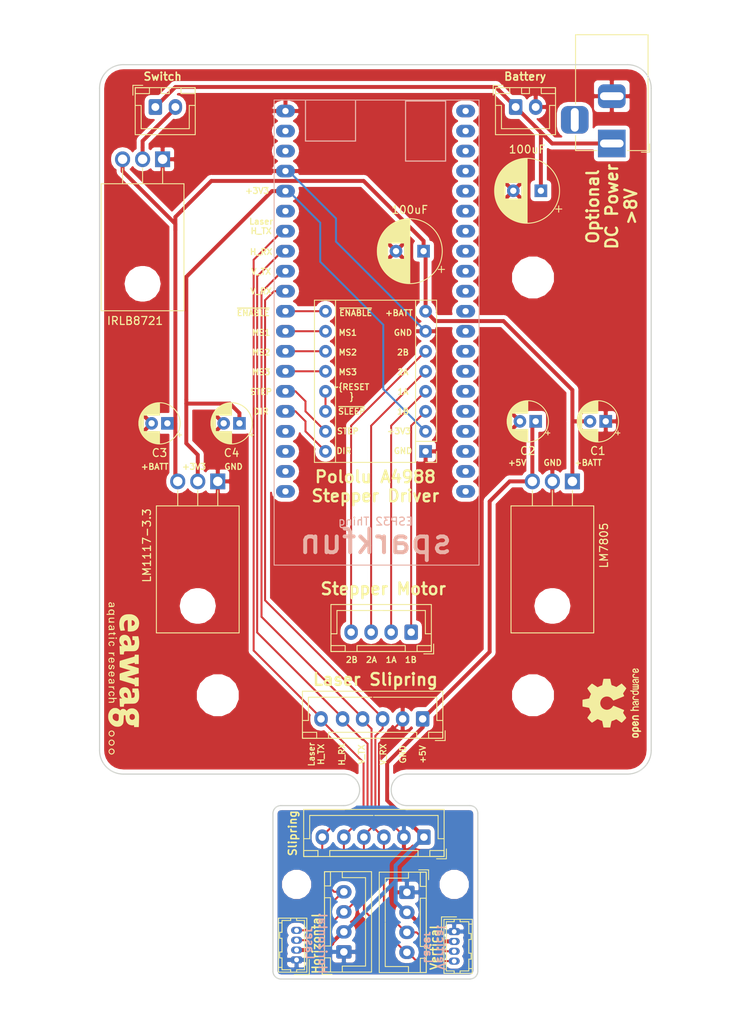
<source format=kicad_pcb>
(kicad_pcb (version 20171130) (host pcbnew "(5.0.1-3-g963ef8bb5)")
  (layers (0 F.Cu signal) (31 B.Cu signal) (34 B.Paste user) (35 F.Paste user) (36 B.SilkS user) (37 F.SilkS user) (38 B.Mask user) (39 F.Mask user) (44 Edge.Cuts user))
  (net 0 "")
  (net 1 GND)
  (net 2 /~ENABLE)
  (net 3 /MS1)
  (net 4 "Net-(A1-Pad3)")
  (net 5 /MS2)
  (net 6 "Net-(A1-Pad4)")
  (net 7 /MS3)
  (net 8 "Net-(A1-Pad5)")
  (net 9 "Net-(A1-Pad13)")
  (net 10 "Net-(A1-Pad6)")
  (net 11 /STEP)
  (net 12 +BATT)
  (net 13 /DIR)
  (net 14 +5V)
  (net 15 +3V3)
  (net 16 "Net-(U3-Pad21)")
  (net 17 "Net-(U3-Pad2)")
  (net 18 "Net-(U3-Pad22)")
  (net 19 "Net-(U3-Pad3)")
  (net 20 "Net-(U3-Pad23)")
  (net 21 "Net-(U3-Pad24)")
  (net 22 "Net-(U3-Pad25)")
  (net 23 "Net-(U3-Pad6)")
  (net 24 "Net-(U3-Pad26)")
  (net 25 "Net-(U3-Pad27)")
  (net 26 "Net-(U3-Pad28)")
  (net 27 "Net-(U3-Pad29)")
  (net 28 "Net-(U3-Pad30)")
  (net 29 "Net-(U3-Pad31)")
  (net 30 "Net-(U3-Pad32)")
  (net 31 "Net-(U3-Pad33)")
  (net 32 "Net-(U3-Pad34)")
  (net 33 "Net-(U3-Pad35)")
  (net 34 "Net-(U3-Pad36)")
  (net 35 "Net-(U3-Pad17)")
  (net 36 "Net-(U3-Pad37)")
  (net 37 "Net-(U3-Pad18)")
  (net 38 "Net-(U3-Pad38)")
  (net 39 "Net-(U3-Pad19)")
  (net 40 "Net-(U3-Pad39)")
  (net 41 "Net-(U3-Pad20)")
  (net 42 "Net-(U3-Pad40)")
  (net 43 "Net-(BT1-Pad1)")
  (net 44 /LaserH_TX)
  (net 45 /LaserH_RX)
  (net 46 /LaserV_TX)
  (net 47 /LaserV_RX)
  (net 48 "Net-(J4-Pad3)")
  (net 49 "Net-(Q1-Pad2)")
  (module volaser:JST_XH_B06B-XH-A_1x06_P2.54mm_Vertical (layer F.Cu) (at 111.16 138 180)
    (fp_text reference S1 hide)
    (fp_text value slipring)
    (pad 1 thru_hole roundrect (at 0 0 180) (size 1.7 1.95) (drill 0.95) (layers *.Cu *.Mask) (roundrect_rratio 0.147059) (net 14 +5V))
    (pad 2 thru_hole oval (at 2.54 0 180) (size 1.7 1.95) (drill 0.95) (layers *.Cu *.Mask) (net 1 GND))
    (pad 3 thru_hole oval (at 5.08 0 180) (size 1.7 1.95) (drill 0.95) (layers *.Cu *.Mask) (net 47 /LaserV_RX))
    (pad 4 thru_hole oval (at 7.62 0 180) (size 1.7 1.95) (drill 0.95) (layers *.Cu *.Mask) (net 46 /LaserV_TX))
    (pad 5 thru_hole oval (at 10.16 0 180) (size 1.7 1.95) (drill 0.95) (layers *.Cu *.Mask) (net 45 /LaserH_RX))
    (pad 6 thru_hole oval (at 12.9 0 180) (size 1.7 1.95) (drill 0.95) (layers *.Cu *.Mask) (net 44 /LaserH_TX))
  )
  (module Connector_BarrelJack:BarrelJack_Horizontal (layer F.Cu) (at 135 50 270)
    (fp_text reference J4 hide)
    (fp_text value Barrel_Jack_Switch)
    (pad 1 thru_hole rect (at 0 0 270) (size 3.5 3.5) (drill oval 1 3) (layers *.Cu *.Mask) (net 43 "Net-(BT1-Pad1)"))
    (pad 2 thru_hole roundrect (at -6 0 270) (size 3 3.5) (drill oval 1 3) (layers *.Cu *.Mask) (net 1 GND))
    (pad 3 thru_hole roundrect (at -3 4.7 270) (size 3.5 3.5) (drill oval 3 1) (layers *.Cu *.Mask) (net 48 "Net-(J4-Pad3)"))
  )
  (module Module:Pololu_Breakout-16_15.2x20.3mm (layer F.Cu) (at 111.37 89.06 180)
    (fp_text reference A1 hide)
    (fp_text value Pololu_Breakout_A4988)
    (pad 1 thru_hole rect (at 0 0 180) (size 1.6 1.6) (drill 0.8) (layers *.Cu *.Mask) (net 1 GND))
    (pad 9 thru_hole oval (at 12.7 17.78 180) (size 1.6 1.6) (drill 0.8) (layers *.Cu *.Mask) (net 2 /~ENABLE))
    (pad 2 thru_hole oval (at 0 2.54 180) (size 1.6 1.6) (drill 0.8) (layers *.Cu *.Mask) (net 15 +3V3))
    (pad 10 thru_hole oval (at 12.7 15.24 180) (size 1.6 1.6) (drill 0.8) (layers *.Cu *.Mask) (net 3 /MS1))
    (pad 3 thru_hole oval (at 0 5.08 180) (size 1.6 1.6) (drill 0.8) (layers *.Cu *.Mask) (net 4 "Net-(A1-Pad3)"))
    (pad 11 thru_hole oval (at 12.7 12.7 180) (size 1.6 1.6) (drill 0.8) (layers *.Cu *.Mask) (net 5 /MS2))
    (pad 4 thru_hole oval (at 0 7.62 180) (size 1.6 1.6) (drill 0.8) (layers *.Cu *.Mask) (net 6 "Net-(A1-Pad4)"))
    (pad 12 thru_hole oval (at 12.7 10.16 180) (size 1.6 1.6) (drill 0.8) (layers *.Cu *.Mask) (net 7 /MS3))
    (pad 5 thru_hole oval (at 0 10.16 180) (size 1.6 1.6) (drill 0.8) (layers *.Cu *.Mask) (net 8 "Net-(A1-Pad5)"))
    (pad 13 thru_hole oval (at 12.7 7.62 180) (size 1.6 1.6) (drill 0.8) (layers *.Cu *.Mask) (net 9 "Net-(A1-Pad13)"))
    (pad 6 thru_hole oval (at 0 12.7 180) (size 1.6 1.6) (drill 0.8) (layers *.Cu *.Mask) (net 10 "Net-(A1-Pad6)"))
    (pad 14 thru_hole oval (at 12.7 5.08 180) (size 1.6 1.6) (drill 0.8) (layers *.Cu *.Mask) (net 9 "Net-(A1-Pad13)"))
    (pad 7 thru_hole oval (at 0 15.24 180) (size 1.6 1.6) (drill 0.8) (layers *.Cu *.Mask) (net 1 GND))
    (pad 15 thru_hole oval (at 12.7 2.54 180) (size 1.6 1.6) (drill 0.8) (layers *.Cu *.Mask) (net 11 /STEP))
    (pad 8 thru_hole oval (at 0 17.78 180) (size 1.6 1.6) (drill 0.8) (layers *.Cu *.Mask) (net 12 +BATT))
    (pad 16 thru_hole oval (at 12.7 0 180) (size 1.6 1.6) (drill 0.8) (layers *.Cu *.Mask) (net 13 /DIR))
  )
  (module MountingHole:MountingHole_4.3mm_M4 (layer F.Cu) (at 125 67)
    (fp_text reference H1 hide)
    (fp_text value MountingHole)
    (pad 1 np_thru_hole circle (at 0 0) (size 4.3 4.3) (drill 4.3) (layers *.Cu *.Mask))
  )
  (module MountingHole:MountingHole_4.3mm_M4 (layer F.Cu) (at 85 67)
    (fp_text reference H2 hide)
    (fp_text value MountingHole)
    (pad 1 np_thru_hole circle (at 0 0) (size 4.3 4.3) (drill 4.3) (layers *.Cu *.Mask))
  )
  (module MountingHole:MountingHole_4.3mm_M4 (layer F.Cu) (at 85 120)
    (fp_text reference H3 hide)
    (fp_text value MountingHole)
    (pad "" np_thru_hole circle (at 0 0) (size 4.3 4.3) (drill 4.3) (layers *.Cu *.Mask))
  )
  (module MountingHole:MountingHole_4.3mm_M4 (layer F.Cu) (at 125 120)
    (fp_text reference H4 hide)
    (fp_text value MountingHole)
    (pad 1 np_thru_hole circle (at 0 0) (size 4.3 4.3) (drill 4.3) (layers *.Cu *.Mask))
  )
  (module Package_TO_SOT_THT:TO-220F-3_Horizontal_TabDown (layer F.Cu) (at 130 92.87 180)
    (fp_text reference U1 hide)
    (fp_text value LM7805 (at -4 -8.13 270) (layer F.SilkS))
    (pad 3 thru_hole oval (at 5.08 0 180) (size 1.905 2) (drill 1.2) (layers *.Cu *.Mask) (net 14 +5V))
    (pad 2 thru_hole oval (at 2.54 0 180) (size 1.905 2) (drill 1.2) (layers *.Cu *.Mask) (net 1 GND))
    (pad 1 thru_hole rect (at 0 0 180) (size 1.905 2) (drill 1.2) (layers *.Cu *.Mask) (net 12 +BATT))
    (pad "" np_thru_hole oval (at 2.54 -15.8 180) (size 3.5 3.5) (drill 3.5) (layers *.Cu *.Mask))
  )
  (module Package_TO_SOT_THT:TO-220F-3_Horizontal_TabDown (layer F.Cu) (at 85 92.87 180)
    (fp_text reference U2 hide)
    (fp_text value LM1117-3.3 (at 9 -8.13 270) (layer F.SilkS))
    (pad "" np_thru_hole oval (at 2.54 -15.8 180) (size 3.5 3.5) (drill 3.5) (layers *.Cu *.Mask))
    (pad 1 thru_hole rect (at 0 0 180) (size 1.905 2) (drill 1.2) (layers *.Cu *.Mask) (net 1 GND))
    (pad 2 thru_hole oval (at 2.54 0 180) (size 1.905 2) (drill 1.2) (layers *.Cu *.Mask) (net 15 +3V3))
    (pad 3 thru_hole oval (at 5.08 0 180) (size 1.905 2) (drill 1.2) (layers *.Cu *.Mask) (net 12 +BATT))
  )
  (module volaser:Sparkfun_ESP32 (layer B.Cu) (at 93.59 94.14)
    (fp_text reference U3 hide)
    (fp_text value Sparkfun_ESP32)
    (fp_text user sparkfun (at 11.43 6.35) (layer B.SilkS) (effects (font (size 3 3) (thickness 0.5)) (justify mirror)))
    (fp_text user "ESP32 Thing" (at 11.43 3.81) (layer B.SilkS) (effects (justify mirror)))
    (pad 1 thru_hole oval (at 0 -48.26) (size 2.4 1.6) (drill 0.8) (layers *.Cu *.Mask) (net 1 GND))
    (pad 2 thru_hole oval (at 0 -45.72) (size 2.4 1.6) (drill 0.8) (layers *.Cu *.Mask) (net 17 "Net-(U3-Pad2)"))
    (pad 3 thru_hole oval (at 0 -43.18) (size 2.4 1.6) (drill 0.8) (layers *.Cu *.Mask) (net 19 "Net-(U3-Pad3)"))
    (pad 4 thru_hole oval (at 0 -40.64) (size 2.4 1.6) (drill 0.8) (layers *.Cu *.Mask) (net 1 GND))
    (pad 5 thru_hole oval (at 0 -38.1) (size 2.4 1.6) (drill 0.8) (layers *.Cu *.Mask) (net 15 +3V3))
    (pad 6 thru_hole oval (at 0 -35.56) (size 2.4 1.6) (drill 0.8) (layers *.Cu *.Mask) (net 23 "Net-(U3-Pad6)"))
    (pad 7 thru_hole oval (at 0 -33.02) (size 2.4 1.6) (drill 0.8) (layers *.Cu *.Mask) (net 44 /LaserH_TX))
    (pad 8 thru_hole oval (at 0 -30.48) (size 2.4 1.6) (drill 0.8) (layers *.Cu *.Mask) (net 45 /LaserH_RX))
    (pad 9 thru_hole oval (at 0 -27.94) (size 2.4 1.6) (drill 0.8) (layers *.Cu *.Mask) (net 46 /LaserV_TX))
    (pad 10 thru_hole oval (at 0 -25.4) (size 2.4 1.6) (drill 0.8) (layers *.Cu *.Mask) (net 47 /LaserV_RX))
    (pad 11 thru_hole oval (at 0 -22.86) (size 2.4 1.6) (drill 0.8) (layers *.Cu *.Mask) (net 2 /~ENABLE))
    (pad 12 thru_hole oval (at 0 -20.32) (size 2.4 1.6) (drill 0.8) (layers *.Cu *.Mask) (net 3 /MS1))
    (pad 13 thru_hole oval (at 0 -17.78) (size 2.4 1.6) (drill 0.8) (layers *.Cu *.Mask) (net 5 /MS2))
    (pad 14 thru_hole oval (at 0 -15.24) (size 2.4 1.6) (drill 0.8) (layers *.Cu *.Mask) (net 7 /MS3))
    (pad 15 thru_hole oval (at 0 -12.7) (size 2.4 1.6) (drill 0.8) (layers *.Cu *.Mask) (net 11 /STEP))
    (pad 16 thru_hole oval (at 0 -10.16) (size 2.4 1.6) (drill 0.8) (layers *.Cu *.Mask) (net 13 /DIR))
    (pad 17 thru_hole oval (at 0 -7.62) (size 2.4 1.6) (drill 0.8) (layers *.Cu *.Mask) (net 35 "Net-(U3-Pad17)"))
    (pad 18 thru_hole oval (at 0 -5.08) (size 2.4 1.6) (drill 0.8) (layers *.Cu *.Mask) (net 37 "Net-(U3-Pad18)"))
    (pad 19 thru_hole oval (at 0 -2.54) (size 2.4 1.6) (drill 0.8) (layers *.Cu *.Mask) (net 39 "Net-(U3-Pad19)"))
    (pad 20 thru_hole oval (at 0 0) (size 2.4 1.6) (drill 0.8) (layers *.Cu *.Mask) (net 41 "Net-(U3-Pad20)"))
    (pad 21 thru_hole oval (at 22.86 0) (size 2.4 1.6) (drill 0.8) (layers *.Cu *.Mask) (net 16 "Net-(U3-Pad21)"))
    (pad 22 thru_hole oval (at 22.86 -2.54) (size 2.4 1.6) (drill 0.8) (layers *.Cu *.Mask) (net 18 "Net-(U3-Pad22)"))
    (pad 23 thru_hole oval (at 22.86 -5.08) (size 2.4 1.6) (drill 0.8) (layers *.Cu *.Mask) (net 20 "Net-(U3-Pad23)"))
    (pad 24 thru_hole oval (at 22.86 -7.62) (size 2.4 1.6) (drill 0.8) (layers *.Cu *.Mask) (net 21 "Net-(U3-Pad24)"))
    (pad 25 thru_hole oval (at 22.86 -10.16) (size 2.4 1.6) (drill 0.8) (layers *.Cu *.Mask) (net 22 "Net-(U3-Pad25)"))
    (pad 26 thru_hole oval (at 22.86 -12.7) (size 2.4 1.6) (drill 0.8) (layers *.Cu *.Mask) (net 24 "Net-(U3-Pad26)"))
    (pad 27 thru_hole oval (at 22.86 -15.24) (size 2.4 1.6) (drill 0.8) (layers *.Cu *.Mask) (net 25 "Net-(U3-Pad27)"))
    (pad 28 thru_hole oval (at 22.86 -17.78) (size 2.4 1.6) (drill 0.8) (layers *.Cu *.Mask) (net 26 "Net-(U3-Pad28)"))
    (pad 29 thru_hole oval (at 22.86 -20.32) (size 2.4 1.6) (drill 0.8) (layers *.Cu *.Mask) (net 27 "Net-(U3-Pad29)"))
    (pad 30 thru_hole oval (at 22.86 -22.86) (size 2.4 1.6) (drill 0.8) (layers *.Cu *.Mask) (net 28 "Net-(U3-Pad30)"))
    (pad 31 thru_hole oval (at 22.86 -25.4) (size 2.4 1.6) (drill 0.8) (layers *.Cu *.Mask) (net 29 "Net-(U3-Pad31)"))
    (pad 32 thru_hole oval (at 22.86 -27.94) (size 2.4 1.6) (drill 0.8) (layers *.Cu *.Mask) (net 30 "Net-(U3-Pad32)"))
    (pad 33 thru_hole oval (at 22.86 -30.48) (size 2.4 1.6) (drill 0.8) (layers *.Cu *.Mask) (net 31 "Net-(U3-Pad33)"))
    (pad 34 thru_hole oval (at 22.86 -33.02) (size 2.4 1.6) (drill 0.8) (layers *.Cu *.Mask) (net 32 "Net-(U3-Pad34)"))
    (pad 35 thru_hole oval (at 22.86 -35.56) (size 2.4 1.6) (drill 0.8) (layers *.Cu *.Mask) (net 33 "Net-(U3-Pad35)"))
    (pad 36 thru_hole oval (at 22.86 -38.1) (size 2.4 1.6) (drill 0.8) (layers *.Cu *.Mask) (net 34 "Net-(U3-Pad36)"))
    (pad 37 thru_hole oval (at 22.86 -40.64) (size 2.4 1.6) (drill 0.8) (layers *.Cu *.Mask) (net 36 "Net-(U3-Pad37)"))
    (pad 38 thru_hole oval (at 22.86 -43.18) (size 2.4 1.6) (drill 0.8) (layers *.Cu *.Mask) (net 38 "Net-(U3-Pad38)"))
    (pad 39 thru_hole oval (at 22.86 -45.72) (size 2.4 1.6) (drill 0.8) (layers *.Cu *.Mask) (net 40 "Net-(U3-Pad39)"))
    (pad 40 thru_hole oval (at 22.86 -48.26) (size 2.4 1.6) (drill 0.8) (layers *.Cu *.Mask) (net 42 "Net-(U3-Pad40)"))
  )
  (module volaser:JST_XH_B02B-XH-A_1x02_P2.54mm_Vertical (layer F.Cu) (at 122.8 45.372)
    (fp_text reference BT1 hide)
    (fp_text value Battery (at 1.2 -3.872) (layer F.SilkS) (effects (font (thickness 0.2))))
    (pad 1 thru_hole roundrect (at 0 0) (size 1.7 2) (drill 1) (layers *.Cu *.Mask) (roundrect_rratio 0.147059) (net 43 "Net-(BT1-Pad1)"))
    (pad 2 thru_hole oval (at 2.54 0) (size 1.7 2) (drill 1) (layers *.Cu *.Mask) (net 1 GND))
  )
  (module Capacitor_THT:CP_Radial_D8.0mm_P3.50mm (layer F.Cu) (at 111.116 63.66 180)
    (fp_text reference C5 hide)
    (fp_text value 100uF (at 1.75 5.25 180) (layer F.SilkS))
    (pad 1 thru_hole rect (at 0 0 180) (size 1.6 1.6) (drill 0.8) (layers *.Cu *.Mask) (net 12 +BATT))
    (pad 2 thru_hole circle (at 3.5 0 180) (size 1.6 1.6) (drill 0.8) (layers *.Cu *.Mask) (net 1 GND))
  )
  (module volaser:JST_XH_B04B-XH-A_1x04_P2.54mm_Vertical (layer F.Cu) (at 109 145 270)
    (fp_text reference J1 hide)
    (fp_text value Conn_01x04)
    (pad 1 thru_hole roundrect (at 0 0 270) (size 1.7 1.95) (drill 0.95) (layers *.Cu *.Mask) (roundrect_rratio 0.147059) (net 1 GND))
    (pad 2 thru_hole oval (at 2.54 0 270) (size 1.7 1.95) (drill 0.95) (layers *.Cu *.Mask) (net 14 +5V))
    (pad 3 thru_hole oval (at 5.08 0 270) (size 1.7 1.95) (drill 0.95) (layers *.Cu *.Mask) (net 47 /LaserV_RX))
    (pad 4 thru_hole oval (at 7.62 0 90) (size 1.7 1.95) (drill 0.95) (layers *.Cu *.Mask) (net 46 /LaserV_TX))
  )
  (module volaser:JST_XH_B04B-XH-A_1x04_P2.54mm_Vertical (layer F.Cu) (at 101 152.56 90)
    (fp_text reference J2 hide)
    (fp_text value Conn_01x04)
    (pad 4 thru_hole oval (at 7.62 0 270) (size 1.7 1.95) (drill 0.95) (layers *.Cu *.Mask) (net 44 /LaserH_TX))
    (pad 3 thru_hole oval (at 5.08 0 90) (size 1.7 1.95) (drill 0.95) (layers *.Cu *.Mask) (net 45 /LaserH_RX))
    (pad 2 thru_hole oval (at 2.54 0 90) (size 1.7 1.95) (drill 0.95) (layers *.Cu *.Mask) (net 14 +5V))
    (pad 1 thru_hole roundrect (at 0 0 90) (size 1.7 1.95) (drill 0.95) (layers *.Cu *.Mask) (roundrect_rratio 0.147059) (net 1 GND))
  )
  (module Connector_Hirose:Hirose_DF13-04P-1.25DSA_1x04_P1.25mm_Vertical (layer F.Cu) (at 115 149.98 270)
    (fp_text reference L1 hide)
    (fp_text value tf-mini)
    (pad 4 thru_hole oval (at 3.75 0 270) (size 0.9 1.4) (drill 0.6) (layers *.Cu *.Mask) (net 46 /LaserV_TX))
    (pad 3 thru_hole oval (at 2.5 0 270) (size 0.9 1.4) (drill 0.6) (layers *.Cu *.Mask) (net 47 /LaserV_RX))
    (pad 2 thru_hole oval (at 1.25 0 270) (size 0.9 1.4) (drill 0.6) (layers *.Cu *.Mask) (net 14 +5V))
    (pad 1 thru_hole roundrect (at 0 0 270) (size 0.9 1.4) (drill 0.6) (layers *.Cu *.Mask) (net 1 GND))
  )
  (module Connector_Hirose:Hirose_DF13-04P-1.25DSA_1x04_P1.25mm_Vertical (layer F.Cu) (at 95 153.576 90)
    (fp_text reference L2 hide)
    (fp_text value tf-mini)
    (pad 1 thru_hole roundrect (at 0 0 90) (size 0.9 1.4) (drill 0.6) (layers *.Cu *.Mask) (net 1 GND))
    (pad 2 thru_hole oval (at 1.25 0 90) (size 0.9 1.4) (drill 0.6) (layers *.Cu *.Mask) (net 14 +5V))
    (pad 3 thru_hole oval (at 2.5 0 90) (size 0.9 1.4) (drill 0.6) (layers *.Cu *.Mask) (net 45 /LaserH_RX))
    (pad 4 thru_hole oval (at 3.75 0 90) (size 0.9 1.4) (drill 0.6) (layers *.Cu *.Mask) (net 44 /LaserH_TX))
  )
  (module volaser:JST_XH_B02B-XH-A_1x02_P2.54mm_Vertical (layer F.Cu) (at 77.08 45.372)
    (fp_text reference SW1 hide)
    (fp_text value SW_SPST)
    (pad 2 thru_hole oval (at 2.54 0) (size 1.7 2) (drill 1) (layers *.Cu *.Mask) (net 49 "Net-(Q1-Pad2)"))
    (pad 1 thru_hole roundrect (at 0 0) (size 1.7 2) (drill 1) (layers *.Cu *.Mask) (roundrect_rratio 0.147059) (net 43 "Net-(BT1-Pad1)"))
  )
  (module volaser:JST_XH_B06B-XH-A_1x06_P2.54mm_Vertical (layer F.Cu) (at 111 123 180)
    (fp_text reference J3 hide)
    (fp_text value Conn_01x06)
    (pad 1 thru_hole roundrect (at 0 0 180) (size 1.7 1.95) (drill 0.95) (layers *.Cu *.Mask) (roundrect_rratio 0.147059) (net 14 +5V))
    (pad 2 thru_hole oval (at 2.54 0 180) (size 1.7 1.95) (drill 0.95) (layers *.Cu *.Mask) (net 1 GND))
    (pad 3 thru_hole oval (at 5.08 0 180) (size 1.7 1.95) (drill 0.95) (layers *.Cu *.Mask) (net 47 /LaserV_RX))
    (pad 4 thru_hole oval (at 7.62 0 180) (size 1.7 1.95) (drill 0.95) (layers *.Cu *.Mask) (net 46 /LaserV_TX))
    (pad 5 thru_hole oval (at 10.16 0 180) (size 1.7 1.95) (drill 0.95) (layers *.Cu *.Mask) (net 45 /LaserH_RX))
    (pad 6 thru_hole oval (at 12.9 0 180) (size 1.7 1.95) (drill 0.95) (layers *.Cu *.Mask) (net 44 /LaserH_TX))
  )
  (module volaser:JST_XH_B04B-XH-A_1x04_P2.54mm_Vertical (layer F.Cu) (at 109.54 112 180)
    (fp_text reference M1 hide)
    (fp_text value Stepper_Motor_bipolar)
    (pad 1 thru_hole roundrect (at 0 0 180) (size 1.7 1.95) (drill 0.95) (layers *.Cu *.Mask) (roundrect_rratio 0.147059) (net 4 "Net-(A1-Pad3)"))
    (pad 2 thru_hole oval (at 2.54 0 180) (size 1.7 1.95) (drill 0.95) (layers *.Cu *.Mask) (net 6 "Net-(A1-Pad4)"))
    (pad 3 thru_hole oval (at 5.08 0 180) (size 1.7 1.95) (drill 0.95) (layers *.Cu *.Mask) (net 8 "Net-(A1-Pad5)"))
    (pad 4 thru_hole oval (at 7.62 0) (size 1.7 1.95) (drill 0.95) (layers *.Cu *.Mask) (net 10 "Net-(A1-Pad6)"))
  )
  (module Capacitor_THT:CP_Radial_D8.0mm_P3.50mm (layer F.Cu) (at 126 56 180)
    (fp_text reference C6 hide)
    (fp_text value 100uF (at 1.75 5.25 180) (layer F.SilkS))
    (pad 1 thru_hole rect (at 0 0 180) (size 1.6 1.6) (drill 0.8) (layers *.Cu *.Mask) (net 43 "Net-(BT1-Pad1)"))
    (pad 2 thru_hole circle (at 3.5 0 180) (size 1.6 1.6) (drill 0.8) (layers *.Cu *.Mask) (net 1 GND))
  )
  (module MountingHole:MountingHole_2.7mm_M2.5 (layer F.Cu) (at 95 144)
    (fp_text reference H5 hide)
    (fp_text value MountingHole)
    (pad 1 np_thru_hole circle (at 0 0) (size 2.7 2.7) (drill 2.7) (layers *.Cu *.Mask))
  )
  (module MountingHole:MountingHole_2.7mm_M2.5 (layer F.Cu) (at 115 144)
    (fp_text reference H6 hide)
    (fp_text value MountingHole)
    (pad 1 np_thru_hole circle (at 0 0) (size 2.7 2.7) (drill 2.7) (layers *.Cu *.Mask))
  )
  (module Symbol:OSHW-Logo2_9.8x8mm_SilkScreen (layer F.Cu) (at 135 121 90)
    (fp_text reference REF** hide)
    (fp_text value OSHW-Logo2_9.8x8mm_SilkScreen hide)
  )
  (module volaser:eawag (layer F.Cu) (at 73 118 270)
    (fp_text reference G*** hide)
    (fp_text value LOGO hide)
  )
  (module Capacitor_THT:CP_Radial_D5.0mm_P2.00mm (layer F.Cu) (at 134.23 85.25 180)
    (fp_text reference C1 (at 1 -3.75 180) (layer F.SilkS))
    (fp_text value 0.33uF)
    (pad 1 thru_hole rect (at 0 0 180) (size 1.6 1.6) (drill 0.8) (layers *.Cu *.Mask) (net 1 GND))
    (pad 2 thru_hole circle (at 2 0 180) (size 1.6 1.6) (drill 0.8) (layers *.Cu *.Mask) (net 12 +BATT))
  )
  (module Capacitor_THT:CP_Radial_D5.0mm_P2.00mm (layer F.Cu) (at 125.34 85.25 180)
    (fp_text reference C2 (at 1 -3.75 180) (layer F.SilkS))
    (fp_text value 0.1uF)
    (pad 2 thru_hole circle (at 2 0 180) (size 1.6 1.6) (drill 0.8) (layers *.Cu *.Mask) (net 1 GND))
    (pad 1 thru_hole rect (at 0 0 180) (size 1.6 1.6) (drill 0.8) (layers *.Cu *.Mask) (net 14 +5V))
  )
  (module Capacitor_THT:CP_Radial_D5.0mm_P2.00mm (layer F.Cu) (at 78.604 85.504 180)
    (fp_text reference C3 (at 1 -3.75 180) (layer F.SilkS))
    (fp_text value 10uF)
    (pad 1 thru_hole rect (at 0 0 180) (size 1.6 1.6) (drill 0.8) (layers *.Cu *.Mask) (net 12 +BATT))
    (pad 2 thru_hole circle (at 2 0 180) (size 1.6 1.6) (drill 0.8) (layers *.Cu *.Mask) (net 1 GND))
  )
  (module Capacitor_THT:CP_Radial_D5.0mm_P2.00mm (layer F.Cu) (at 87.748 85.504 180)
    (fp_text reference C4 (at 1 -3.75 180) (layer F.SilkS))
    (fp_text value 10uF)
    (pad 2 thru_hole circle (at 2 0 180) (size 1.6 1.6) (drill 0.8) (layers *.Cu *.Mask) (net 1 GND))
    (pad 1 thru_hole rect (at 0 0 180) (size 1.6 1.6) (drill 0.8) (layers *.Cu *.Mask) (net 15 +3V3))
  )
  (module Package_TO_SOT_THT:TO-220F-3_Horizontal_TabDown (layer F.Cu) (at 78 52 180)
    (fp_text reference Q1 hide)
    (fp_text value IRLB8721 (at 3.5 -20.5 180) (layer F.SilkS))
    (pad "" np_thru_hole oval (at 2.54 -15.8 180) (size 3.5 3.5) (drill 3.5) (layers *.Cu *.Mask))
    (pad 1 thru_hole rect (at 0 0 180) (size 1.905 2) (drill 1.2) (layers *.Cu *.Mask) (net 1 GND))
    (pad 2 thru_hole oval (at 2.54 0 180) (size 1.905 2) (drill 1.2) (layers *.Cu *.Mask) (net 49 "Net-(Q1-Pad2)"))
    (pad 3 thru_hole oval (at 5.08 0 180) (size 1.905 2) (drill 1.2) (layers *.Cu *.Mask) (net 12 +BATT))
  )
  (gr_text "Laser\nH_TX" (at 97.5 127.5 90) (layer F.SilkS) (effects (font (size 0.75 0.75))))
  (gr_text H_RX (at 100.75 127.5 90) (layer F.SilkS) (effects (font (size 0.75 0.75))))
  (gr_text V_TX (at 103.25 127.5 90) (layer F.SilkS) (effects (font (size 0.75 0.75))))
  (gr_text V_RX (at 106 127.5 90) (layer F.SilkS) (effects (font (size 0.75 0.75))))
  (gr_text V_RX (at 90.5 68.75) (layer F.SilkS) (effects (font (size 0.75 0.75))))
  (gr_text V_TX (at 90.5 66.25) (layer F.SilkS) (effects (font (size 0.75 0.75))))
  (gr_text H_RX (at 90.5 63.75) (layer F.SilkS) (effects (font (size 0.75 0.75))))
  (gr_text "Laser\nH_TX" (at 90.5 60.5) (layer F.SilkS) (effects (font (size 0.75 0.75))))
  (gr_text ~ENABLE (at 89.5 71.5) (layer F.SilkS) (effects (font (size 0.75 0.75))))
  (gr_text +BATT (at 77 91) (layer F.SilkS) (effects (font (size 0.75 0.75))))
  (gr_text +3V3 (at 82 91) (layer F.SilkS) (effects (font (size 0.75 0.75))))
  (gr_text GND (at 87 91) (layer F.SilkS) (effects (font (size 0.75 0.75))))
  (gr_text GND (at 127.5 90.5) (layer F.SilkS) (effects (font (size 0.75 0.75))))
  (gr_text +BATT (at 132 90.5) (layer F.SilkS) (effects (font (size 0.75 0.75))))
  (gr_text 2B (at 102 115.5) (layer F.SilkS) (effects (font (size 0.75 0.75))))
  (gr_text 2A (at 104.5 115.5) (layer F.SilkS) (effects (font (size 0.75 0.75))))
  (gr_text 1A (at 107 115.5) (layer F.SilkS) (effects (font (size 0.75 0.75))))
  (gr_text 1B (at 109.5 115.5) (layer F.SilkS) (effects (font (size 0.75 0.75))))
  (gr_text GND (at 108.5 127.5 90) (layer F.SilkS) (effects (font (size 0.75 0.75))))
  (gr_text +5V (at 111 127.5 90) (layer F.SilkS) (effects (font (size 0.75 0.75))))
  (gr_text +5V (at 123 90.5) (layer F.SilkS) (effects (font (size 0.75 0.75))))
  (gr_text +3V3 (at 90 56) (layer F.SilkS) (effects (font (size 0.75 0.75))))
  (gr_text "DIR\n" (at 90.5 84) (layer F.SilkS) (effects (font (size 0.75 0.75))))
  (gr_text STEP (at 90.5 81.5) (layer F.SilkS) (effects (font (size 0.75 0.75))))
  (gr_text MS2 (at 90.5 76.5) (layer F.SilkS) (effects (font (size 0.75 0.75))))
  (gr_text MS1 (at 90.5 74) (layer F.SilkS) (effects (font (size 0.75 0.75))))
  (gr_text MS3 (at 90.5 79) (layer F.SilkS) (effects (font (size 0.75 0.75))))
  (gr_text GND (at 108.5 89) (layer F.SilkS) (effects (font (size 0.75 0.75))))
  (gr_text +3V3 (at 108 86.5) (layer F.SilkS) (effects (font (size 0.75 0.75))))
  (gr_text 1B (at 108.5 84) (layer F.SilkS) (effects (font (size 0.75 0.75))))
  (gr_text 1A (at 108.5 81.5) (layer F.SilkS) (effects (font (size 0.75 0.75))))
  (gr_text 2A (at 108.5 79) (layer F.SilkS) (effects (font (size 0.75 0.75))))
  (gr_text 2B (at 108.5 76.5) (layer F.SilkS) (effects (font (size 0.75 0.75))))
  (gr_text GND (at 108.5 74) (layer F.SilkS) (effects (font (size 0.75 0.75))))
  (gr_text +BATT (at 108 71.5) (layer F.SilkS) (effects (font (size 0.75 0.75))))
  (gr_text "DIR\n" (at 101 89) (layer F.SilkS) (effects (font (size 0.75 0.75))))
  (gr_text STEP (at 101.5 86.5) (layer F.SilkS) (effects (font (size 0.75 0.75))))
  (gr_text ~SLEEP (at 102 84) (layer F.SilkS) (effects (font (size 0.75 0.75))))
  (gr_text "~RESET\n" (at 102 81.5) (layer F.SilkS) (effects (font (size 0.75 0.75))))
  (gr_text MS3 (at 101.5 79) (layer F.SilkS) (effects (font (size 0.75 0.75))))
  (gr_text MS2 (at 101.5 76.5) (layer F.SilkS) (effects (font (size 0.75 0.75))))
  (gr_text MS1 (at 101.5 74) (layer F.SilkS) (effects (font (size 0.75 0.75))))
  (gr_text ~ENABLE (at 102.5 71.5) (layer F.SilkS) (effects (font (size 0.75 0.75))))
  (gr_text Horizontal (at 97.5 151.5 90) (layer F.SilkS) (effects (font (size 1 1) (thickness 0.2))))
  (gr_text Vertical (at 112.5 152 90) (layer F.SilkS) (effects (font (size 1 1) (thickness 0.2))))
  (gr_text "Vertical\nLaser" (at 112.5 152 270) (layer B.SilkS) (effects (font (size 1 1) (thickness 0.2)) (justify mirror)))
  (gr_text "Horizontal\nLaser" (at 97.5 151.5 270) (layer B.SilkS) (effects (font (size 1 1) (thickness 0.2)) (justify mirror)))
  (gr_text Slipring (at 94.5 137.5 90) (layer F.SilkS) (effects (font (size 1 1) (thickness 0.2))))
  (gr_text "Optional\nDC Power\n>8V" (at 135 58 90) (layer F.SilkS) (effects (font (size 1.5 1.5) (thickness 0.3))))
  (gr_text "Pololu A4988\nStepper Driver" (at 105 93.5) (layer F.SilkS) (effects (font (size 1.5 1.5) (thickness 0.3))))
  (gr_text Switch (at 78 41.5) (layer F.SilkS) (effects (font (size 1 1) (thickness 0.2))))
  (gr_text "Laser Slipring" (at 105 118) (layer F.SilkS) (effects (font (size 1.5 1.5) (thickness 0.3))))
  (gr_text "Stepper Motor" (at 106 106.5) (layer F.SilkS) (effects (font (size 1.5 1.5) (thickness 0.3))))
  (gr_line (start 93 156) (end 117 156) (layer Edge.Cuts) (width 0.15))
  (gr_line (start 92 135) (end 92 155) (layer Edge.Cuts) (width 0.15))
  (gr_line (start 101 134) (end 93 134) (layer Edge.Cuts) (width 0.15))
  (gr_arc (start 93 155) (end 92 155) (angle -90) (layer Edge.Cuts) (width 0.15))
  (gr_arc (start 93 135) (end 93 134) (angle -90) (layer Edge.Cuts) (width 0.15))
  (gr_line (start 118 135) (end 118 155) (layer Edge.Cuts) (width 0.15))
  (gr_line (start 117 134) (end 109 134) (layer Edge.Cuts) (width 0.15))
  (gr_arc (start 117 135) (end 118 135) (angle -90) (layer Edge.Cuts) (width 0.15))
  (gr_arc (start 117 155) (end 117 156) (angle -90) (layer Edge.Cuts) (width 0.15))
  (gr_line (start 109 130) (end 137 130) (layer Edge.Cuts) (width 0.15))
  (gr_line (start 73 130) (end 101 130) (layer Edge.Cuts) (width 0.15))
  (gr_arc (start 109 132) (end 109 130) (angle -180) (layer Edge.Cuts) (width 0.15))
  (gr_arc (start 101 132) (end 101 134) (angle -180) (layer Edge.Cuts) (width 0.15))
  (gr_arc (start 73 127) (end 70 127) (angle -90) (layer Edge.Cuts) (width 0.15))
  (gr_arc (start 137 127) (end 137 130) (angle -90) (layer Edge.Cuts) (width 0.15))
  (gr_arc (start 137 43) (end 140 43) (angle -90) (layer Edge.Cuts) (width 0.15))
  (gr_arc (start 73 43) (end 73 40) (angle -90) (layer Edge.Cuts) (width 0.15))
  (gr_line (start 70 127) (end 70 43) (layer Edge.Cuts) (width 0.15))
  (gr_line (start 140 43) (end 140 127) (layer Edge.Cuts) (width 0.15))
  (gr_line (start 73 40) (end 137 40) (layer Edge.Cuts) (width 0.15))
  (segment (start 108.46 123.125) (end 105.45001 126.13499) (width 0.25) (layer F.Cu) (net 1))
  (segment (start 108.46 123) (end 108.46 123.125) (width 0.25) (layer F.Cu) (net 1))
  (segment (start 105.45001 126.13499) (end 105.45001 134.95601) (width 0.25) (layer F.Cu) (net 1))
  (segment (start 105.45001 134.95601) (end 106.544 136.05) (width 0.25) (layer F.Cu) (net 1))
  (segment (start 108.62 137.875) (end 108.62 138) (width 0.25) (layer F.Cu) (net 1))
  (segment (start 106.795 136.05) (end 108.62 137.875) (width 0.25) (layer F.Cu) (net 1))
  (segment (start 106.544 136.05) (end 106.795 136.05) (width 0.25) (layer F.Cu) (net 1))
  (segment (start 93.99 53.5) (end 100 59.51) (width 0.25) (layer B.Cu) (net 1))
  (segment (start 93.59 53.5) (end 93.99 53.5) (width 0.25) (layer B.Cu) (net 1))
  (segment (start 100 62.45) (end 111.37 73.82) (width 0.25) (layer B.Cu) (net 1))
  (segment (start 100 59.51) (end 100 62.45) (width 0.25) (layer B.Cu) (net 1))
  (segment (start 93.59 71.28) (end 98.67 71.28) (width 0.25) (layer F.Cu) (net 2))
  (segment (start 93.59 73.82) (end 98.67 73.82) (width 0.25) (layer F.Cu) (net 3))
  (segment (start 109.54 85.81) (end 111.37 83.98) (width 0.25) (layer F.Cu) (net 4))
  (segment (start 109.54 112) (end 109.54 85.81) (width 0.25) (layer F.Cu) (net 4))
  (segment (start 93.59 76.36) (end 98.67 76.36) (width 0.25) (layer F.Cu) (net 5))
  (segment (start 107 85.81) (end 111.37 81.44) (width 0.25) (layer F.Cu) (net 6))
  (segment (start 107 112) (end 107 85.81) (width 0.25) (layer F.Cu) (net 6))
  (segment (start 93.59 78.9) (end 98.67 78.9) (width 0.25) (layer F.Cu) (net 7))
  (segment (start 104.46 85.81) (end 111.37 78.9) (width 0.25) (layer F.Cu) (net 8))
  (segment (start 104.46 112) (end 104.46 85.81) (width 0.25) (layer F.Cu) (net 8))
  (segment (start 98.67 81.44) (end 98.67 83.98) (width 0.25) (layer F.Cu) (net 9))
  (segment (start 101.92 85.81) (end 111.37 76.36) (width 0.25) (layer F.Cu) (net 10))
  (segment (start 101.92 112) (end 101.92 85.81) (width 0.25) (layer F.Cu) (net 10))
  (segment (start 96.13 83.98) (end 98.67 86.52) (width 0.25) (layer F.Cu) (net 11))
  (segment (start 96.13 82.71) (end 96.13 83.98) (width 0.25) (layer F.Cu) (net 11))
  (segment (start 94.86 81.44) (end 96.13 82.71) (width 0.25) (layer F.Cu) (net 11))
  (segment (start 93.59 81.44) (end 94.86 81.44) (width 0.25) (layer F.Cu) (net 11))
  (segment (start 112.62001 72.53001) (end 121.25601 72.53001) (width 0.5) (layer F.Cu) (net 12))
  (segment (start 111.37 71.28) (end 112.62001 72.53001) (width 0.5) (layer F.Cu) (net 12))
  (segment (start 121.25601 72.53001) (end 130 81.274) (width 0.5) (layer F.Cu) (net 12))
  (segment (start 130 82.71) (end 130 84) (width 0.5) (layer F.Cu) (net 12))
  (segment (start 130 81.274) (end 130 82.71) (width 0.5) (layer F.Cu) (net 12))
  (segment (start 130.73 85.25) (end 130 85.25) (width 0.5) (layer F.Cu) (net 12))
  (segment (start 130 85.25) (end 130 82.71) (width 0.5) (layer F.Cu) (net 12))
  (segment (start 130 92.87) (end 130 85.25) (width 0.5) (layer F.Cu) (net 12))
  (segment (start 79.62 85.504) (end 79.62 92.57) (width 0.5) (layer F.Cu) (net 12))
  (segment (start 111.37 63.914) (end 111.116 63.66) (width 0.5) (layer F.Cu) (net 12))
  (segment (start 111.37 71.28) (end 111.37 63.914) (width 0.5) (layer F.Cu) (net 12))
  (segment (start 79.62 92.57) (end 79.92 92.87) (width 0.5) (layer F.Cu) (net 12))
  (segment (start 131.09863 85.25) (end 130 85.25) (width 0.5) (layer F.Cu) (net 12))
  (segment (start 132.23 85.25) (end 131.09863 85.25) (width 0.5) (layer F.Cu) (net 12))
  (segment (start 78.604 85.504) (end 79.62 85.504) (width 0.5) (layer F.Cu) (net 12))
  (segment (start 79.62 60.2) (end 79.62 61) (width 0.5) (layer F.Cu) (net 12))
  (segment (start 72.92 53.5) (end 79.62 60.2) (width 0.5) (layer F.Cu) (net 12))
  (segment (start 72.92 52) (end 72.92 53.5) (width 0.5) (layer F.Cu) (net 12))
  (segment (start 79.62 61) (end 79.62 92.57) (width 0.5) (layer F.Cu) (net 12))
  (segment (start 111.116 62.36) (end 111.116 63.66) (width 0.5) (layer F.Cu) (net 12))
  (segment (start 103.50601 54.75001) (end 111.116 62.36) (width 0.5) (layer F.Cu) (net 12))
  (segment (start 84.192 54.75001) (end 103.50601 54.75001) (width 0.5) (layer F.Cu) (net 12))
  (segment (start 79.62 59.32201) (end 84.192 54.75001) (width 0.5) (layer F.Cu) (net 12))
  (segment (start 79.62 61) (end 79.62 59.32201) (width 0.5) (layer F.Cu) (net 12))
  (segment (start 93.59 83.98) (end 94.86 83.98) (width 0.25) (layer F.Cu) (net 13))
  (segment (start 96.13 86.52) (end 98.67 89.06) (width 0.25) (layer F.Cu) (net 13))
  (segment (start 94.86 83.98) (end 96.13 85.25) (width 0.25) (layer F.Cu) (net 13))
  (segment (start 96.13 85.25) (end 96.13 86.52) (width 0.25) (layer F.Cu) (net 13))
  (segment (start 119.498 114.502) (end 111 123) (width 0.5) (layer F.Cu) (net 14))
  (segment (start 110.261628 137.101628) (end 111.16 138) (width 0.5) (layer F.Cu) (net 14))
  (segment (start 106.495347 128.579653) (end 106.495347 133.335347) (width 0.5) (layer F.Cu) (net 14))
  (segment (start 106.495347 133.335347) (end 110.261628 137.101628) (width 0.5) (layer F.Cu) (net 14))
  (segment (start 111 124.075) (end 106.495347 128.579653) (width 0.5) (layer F.Cu) (net 14))
  (segment (start 111 123) (end 111 124.075) (width 0.5) (layer F.Cu) (net 14))
  (segment (start 122.038 92.87) (end 119.498 95.41) (width 0.5) (layer F.Cu) (net 14))
  (segment (start 124.92 92.87) (end 122.038 92.87) (width 0.5) (layer F.Cu) (net 14))
  (segment (start 119.498 95.41) (end 119.498 114.502) (width 0.5) (layer F.Cu) (net 14))
  (segment (start 124.92 85.67) (end 125.34 85.25) (width 0.5) (layer F.Cu) (net 14))
  (segment (start 124.92 92.87) (end 124.92 85.67) (width 0.5) (layer F.Cu) (net 14))
  (segment (start 99.525 151.37) (end 100.875 150.02) (width 0.5) (layer F.Cu) (net 14))
  (segment (start 100.875 150.02) (end 101 150.02) (width 0.5) (layer F.Cu) (net 14))
  (segment (start 99.525 151.495) (end 99.525 151.37) (width 0.5) (layer F.Cu) (net 14))
  (segment (start 98.694 152.326) (end 99.525 151.495) (width 0.5) (layer F.Cu) (net 14))
  (segment (start 95 152.326) (end 98.694 152.326) (width 0.5) (layer F.Cu) (net 14))
  (segment (start 109.125 147.54) (end 109 147.54) (width 0.5) (layer F.Cu) (net 14))
  (segment (start 110.475 149.015) (end 110.475 148.89) (width 0.5) (layer F.Cu) (net 14))
  (segment (start 112.69 151.23) (end 110.475 149.015) (width 0.5) (layer F.Cu) (net 14))
  (segment (start 110.475 148.89) (end 109.125 147.54) (width 0.5) (layer F.Cu) (net 14))
  (segment (start 115 151.23) (end 112.69 151.23) (width 0.5) (layer F.Cu) (net 14))
  (segment (start 109 147.54) (end 109 147.314966) (width 0.5) (layer F.Cu) (net 14))
  (segment (start 101.125 150.02) (end 101 150.02) (width 0.5) (layer B.Cu) (net 14))
  (segment (start 107.57499 143.57001) (end 101.125 150.02) (width 0.5) (layer B.Cu) (net 14))
  (segment (start 111.16 138) (end 107.57499 141.58501) (width 0.5) (layer B.Cu) (net 14))
  (segment (start 107.57499 146.23999) (end 107.57499 143) (width 0.5) (layer B.Cu) (net 14))
  (segment (start 109 147.54) (end 108.875 147.54) (width 0.5) (layer B.Cu) (net 14))
  (segment (start 107.57499 143) (end 107.57499 143.57001) (width 0.5) (layer B.Cu) (net 14))
  (segment (start 108.875 147.54) (end 107.57499 146.23999) (width 0.5) (layer B.Cu) (net 14))
  (segment (start 107.57499 141.58501) (end 107.57499 143) (width 0.5) (layer B.Cu) (net 14))
  (segment (start 93.59 56.04) (end 93.99 56.04) (width 0.25) (layer B.Cu) (net 15))
  (segment (start 106 81.15) (end 111.37 86.52) (width 0.25) (layer B.Cu) (net 15))
  (segment (start 106 73) (end 106 81.15) (width 0.25) (layer B.Cu) (net 15))
  (segment (start 93.99 56.04) (end 98 60.05) (width 0.25) (layer B.Cu) (net 15))
  (segment (start 98 60.05) (end 98 65) (width 0.25) (layer B.Cu) (net 15))
  (segment (start 98 65) (end 106 73) (width 0.25) (layer B.Cu) (net 15))
  (segment (start 91.89 56.04) (end 93.59 56.04) (width 0.5) (layer F.Cu) (net 15))
  (segment (start 81.0075 66.9225) (end 91.89 56.04) (width 0.5) (layer F.Cu) (net 15))
  (segment (start 81.0075 82.5) (end 81.0075 66.9225) (width 0.5) (layer F.Cu) (net 15))
  (segment (start 81.0075 88.0475) (end 82.46 89.5) (width 0.5) (layer F.Cu) (net 15))
  (segment (start 82.46 92.87) (end 82.46 89.5) (width 0.5) (layer F.Cu) (net 15))
  (segment (start 86.544 83) (end 81.0075 83) (width 0.5) (layer F.Cu) (net 15))
  (segment (start 87.748 84.204) (end 86.544 83) (width 0.5) (layer F.Cu) (net 15))
  (segment (start 81.0075 83) (end 81.0075 88.0475) (width 0.5) (layer F.Cu) (net 15))
  (segment (start 87.748 85.504) (end 87.748 84.204) (width 0.5) (layer F.Cu) (net 15))
  (segment (start 81.0075 82.5) (end 81.0075 83) (width 0.5) (layer F.Cu) (net 15))
  (segment (start 122.8 45.372) (end 120.26 42.832) (width 0.5) (layer F.Cu) (net 43))
  (segment (start 79.62 42.832) (end 77.08 45.372) (width 0.5) (layer F.Cu) (net 43))
  (segment (start 120.26 42.832) (end 79.62 42.832) (width 0.5) (layer F.Cu) (net 43))
  (segment (start 126 56) (end 126 48.572) (width 0.5) (layer F.Cu) (net 43))
  (segment (start 127.428 50) (end 125.428 48) (width 0.5) (layer F.Cu) (net 43))
  (segment (start 125.428 48) (end 122.8 45.372) (width 0.5) (layer F.Cu) (net 43))
  (segment (start 135 50) (end 127.428 50) (width 0.5) (layer F.Cu) (net 43))
  (segment (start 126 48.572) (end 125.428 48) (width 0.5) (layer F.Cu) (net 43))
  (segment (start 98.26 137.875) (end 98.26 138) (width 0.25) (layer F.Cu) (net 44))
  (segment (start 100.085 136.05) (end 98.26 137.875) (width 0.25) (layer F.Cu) (net 44))
  (segment (start 101.972 136.05) (end 100.085 136.05) (width 0.25) (layer F.Cu) (net 44))
  (segment (start 103.496 128.521) (end 103.496 134.526) (width 0.25) (layer F.Cu) (net 44))
  (segment (start 98.1 123.125) (end 103.496 128.521) (width 0.25) (layer F.Cu) (net 44))
  (segment (start 103.496 134.526) (end 101.972 136.05) (width 0.25) (layer F.Cu) (net 44))
  (segment (start 98.1 123) (end 98.1 123.125) (width 0.25) (layer F.Cu) (net 44))
  (segment (start 93.19 61.12) (end 93.59 61.12) (width 0.25) (layer F.Cu) (net 44))
  (segment (start 89.54999 64.76001) (end 93.19 61.12) (width 0.25) (layer F.Cu) (net 44))
  (segment (start 98.1 122.875) (end 89.54999 114.32499) (width 0.25) (layer F.Cu) (net 44))
  (segment (start 89.54999 114.32499) (end 89.54999 64.76001) (width 0.25) (layer F.Cu) (net 44))
  (segment (start 98.1 123) (end 98.1 122.875) (width 0.25) (layer F.Cu) (net 44))
  (segment (start 94.929 149.826) (end 94.86 149.826) (width 0.25) (layer F.Cu) (net 44))
  (segment (start 100.875 144.94) (end 101 144.94) (width 0.25) (layer F.Cu) (net 44))
  (segment (start 99.775 146.165) (end 99.775 146.04) (width 0.25) (layer F.Cu) (net 44))
  (segment (start 96.114 149.826) (end 99.775 146.165) (width 0.25) (layer F.Cu) (net 44))
  (segment (start 99.775 146.04) (end 100.875 144.94) (width 0.25) (layer F.Cu) (net 44))
  (segment (start 95 149.826) (end 96.114 149.826) (width 0.25) (layer F.Cu) (net 44))
  (segment (start 98.26 139.225) (end 98.26 138) (width 0.25) (layer F.Cu) (net 44))
  (segment (start 99.775 144.94) (end 98.26 143.425) (width 0.25) (layer F.Cu) (net 44))
  (segment (start 98.26 143.425) (end 98.26 139.225) (width 0.25) (layer F.Cu) (net 44))
  (segment (start 101 144.94) (end 99.775 144.94) (width 0.25) (layer F.Cu) (net 44))
  (segment (start 101 137.875) (end 102.571 136.304) (width 0.25) (layer F.Cu) (net 45))
  (segment (start 101 138) (end 101 137.875) (width 0.25) (layer F.Cu) (net 45))
  (segment (start 102.571 136.304) (end 102.571 136.213) (width 0.25) (layer F.Cu) (net 45))
  (segment (start 102.571 136.213) (end 104.004 134.78) (width 0.25) (layer F.Cu) (net 45))
  (segment (start 100.84 123.125) (end 100.84 123) (width 0.25) (layer F.Cu) (net 45))
  (segment (start 103.351 125.636) (end 100.84 123.125) (width 0.25) (layer F.Cu) (net 45))
  (segment (start 103.496 125.636) (end 104.004 126.144) (width 0.25) (layer F.Cu) (net 45))
  (segment (start 103.351 125.636) (end 103.496 125.636) (width 0.25) (layer F.Cu) (net 45))
  (segment (start 104.004 134.78) (end 104.004 126.144) (width 0.25) (layer F.Cu) (net 45))
  (segment (start 93.19 63.66) (end 90 66.85) (width 0.25) (layer F.Cu) (net 45))
  (segment (start 93.59 63.66) (end 93.19 63.66) (width 0.25) (layer F.Cu) (net 45))
  (segment (start 100.84 122.875) (end 100.84 123) (width 0.25) (layer F.Cu) (net 45))
  (segment (start 90 112.035) (end 100.84 122.875) (width 0.25) (layer F.Cu) (net 45))
  (segment (start 90 66.85) (end 90 112.035) (width 0.25) (layer F.Cu) (net 45))
  (segment (start 99.775 148.58) (end 100.875 147.48) (width 0.25) (layer F.Cu) (net 45))
  (segment (start 99.775 148.705) (end 99.775 148.58) (width 0.25) (layer F.Cu) (net 45))
  (segment (start 97.404 151.076) (end 99.775 148.705) (width 0.25) (layer F.Cu) (net 45))
  (segment (start 100.875 147.48) (end 101 147.48) (width 0.25) (layer F.Cu) (net 45))
  (segment (start 95 151.076) (end 97.404 151.076) (width 0.25) (layer F.Cu) (net 45))
  (segment (start 101.125 147.48) (end 103 145.605) (width 0.25) (layer F.Cu) (net 45))
  (segment (start 101 147.48) (end 101.125 147.48) (width 0.25) (layer F.Cu) (net 45))
  (segment (start 103 145.605) (end 103 144) (width 0.25) (layer F.Cu) (net 45))
  (segment (start 101 142) (end 101 138) (width 0.25) (layer F.Cu) (net 45))
  (segment (start 103 144) (end 101 142) (width 0.25) (layer F.Cu) (net 45))
  (segment (start 104.512 136.812) (end 104.512 124.257) (width 0.25) (layer F.Cu) (net 46))
  (segment (start 103.38 123.125) (end 103.38 123) (width 0.25) (layer F.Cu) (net 46))
  (segment (start 103.54 137.784) (end 104.512 136.812) (width 0.25) (layer F.Cu) (net 46))
  (segment (start 104.512 124.257) (end 103.38 123.125) (width 0.25) (layer F.Cu) (net 46))
  (segment (start 103.54 138) (end 103.54 137.784) (width 0.25) (layer F.Cu) (net 46))
  (segment (start 93.19 66.2) (end 93.59 66.2) (width 0.25) (layer F.Cu) (net 46))
  (segment (start 90.549991 68.840009) (end 93.19 66.2) (width 0.25) (layer F.Cu) (net 46))
  (segment (start 90.549991 110.044991) (end 90.549991 68.840009) (width 0.25) (layer F.Cu) (net 46))
  (segment (start 103.38 122.875) (end 90.549991 110.044991) (width 0.25) (layer F.Cu) (net 46))
  (segment (start 103.38 123) (end 103.38 122.875) (width 0.25) (layer F.Cu) (net 46))
  (segment (start 108.875 152.62) (end 109 152.62) (width 0.25) (layer F.Cu) (net 46))
  (segment (start 103.54 147.285) (end 108.875 152.62) (width 0.25) (layer F.Cu) (net 46))
  (segment (start 103.54 138) (end 103.54 147.285) (width 0.25) (layer F.Cu) (net 46))
  (segment (start 114.05 153.73) (end 115 153.73) (width 0.25) (layer F.Cu) (net 46))
  (segment (start 110.235 153.73) (end 114.05 153.73) (width 0.25) (layer F.Cu) (net 46))
  (segment (start 109.125 152.62) (end 110.235 153.73) (width 0.25) (layer F.Cu) (net 46))
  (segment (start 109 152.62) (end 109.125 152.62) (width 0.25) (layer F.Cu) (net 46))
  (segment (start 105 137) (end 105 125.145) (width 0.25) (layer F.Cu) (net 47))
  (segment (start 105.92 124.225) (end 105.92 123) (width 0.25) (layer F.Cu) (net 47))
  (segment (start 106 138) (end 105 137) (width 0.25) (layer F.Cu) (net 47))
  (segment (start 105 125.145) (end 105.92 124.225) (width 0.25) (layer F.Cu) (net 47))
  (segment (start 106.08 138) (end 106 138) (width 0.25) (layer F.Cu) (net 47))
  (segment (start 92.14 68.74) (end 91 69.88) (width 0.25) (layer F.Cu) (net 47))
  (segment (start 93.59 68.74) (end 92.14 68.74) (width 0.25) (layer F.Cu) (net 47))
  (segment (start 91 107.955) (end 105.92 122.875) (width 0.25) (layer F.Cu) (net 47))
  (segment (start 105.92 122.875) (end 105.92 123) (width 0.25) (layer F.Cu) (net 47))
  (segment (start 91 69.88) (end 91 107.955) (width 0.25) (layer F.Cu) (net 47))
  (segment (start 108.875 150.08) (end 109 150.08) (width 0.25) (layer F.Cu) (net 47))
  (segment (start 106.08 147.285) (end 108.875 150.08) (width 0.25) (layer F.Cu) (net 47))
  (segment (start 106.08 138) (end 106.08 147.285) (width 0.25) (layer F.Cu) (net 47))
  (segment (start 114.05 152.48) (end 115 152.48) (width 0.25) (layer F.Cu) (net 47))
  (segment (start 112.625 152.48) (end 114.05 152.48) (width 0.25) (layer F.Cu) (net 47))
  (segment (start 110.225 150.08) (end 112.625 152.48) (width 0.25) (layer F.Cu) (net 47))
  (segment (start 109 150.08) (end 110.225 150.08) (width 0.25) (layer F.Cu) (net 47))
  (segment (start 75.46 50.5) (end 75.46 52) (width 0.5) (layer F.Cu) (net 49))
  (segment (start 75.46 49.682) (end 75.46 50.5) (width 0.5) (layer F.Cu) (net 49))
  (segment (start 79.62 45.522) (end 75.46 49.682) (width 0.5) (layer F.Cu) (net 49))
  (segment (start 79.62 45.372) (end 79.62 45.522) (width 0.5) (layer F.Cu) (net 49))
  (zone (net 1) (net_name GND) (layer F.Cu) (connect_pads (clearance 0.508)) (min_thickness 0.254) (fill yes (arc_segments 16) (thermal_gap 0.508) (thermal_bridge_width 0.508))
    (polygon (pts (xy 70 40) (xy 140 40) (xy 140 130) (xy 70 130)))
  )
  (zone (net 1) (net_name GND) (layer F.Cu) (connect_pads (clearance 0.508)) (min_thickness 0.254) (fill yes (arc_segments 16) (thermal_gap 0.508) (thermal_bridge_width 0.508))
    (polygon (pts (xy 92 134) (xy 118 134) (xy 118 156) (xy 92 156)))
  )
  (zone (net 1) (net_name GND) (layer B.Cu) (connect_pads (clearance 0.508)) (min_thickness 0.254) (fill yes (arc_segments 16) (thermal_gap 0.508) (thermal_bridge_width 0.508))
    (polygon (pts (xy 92 134) (xy 118 134) (xy 118 156) (xy 92 156)))
  )
)
</source>
